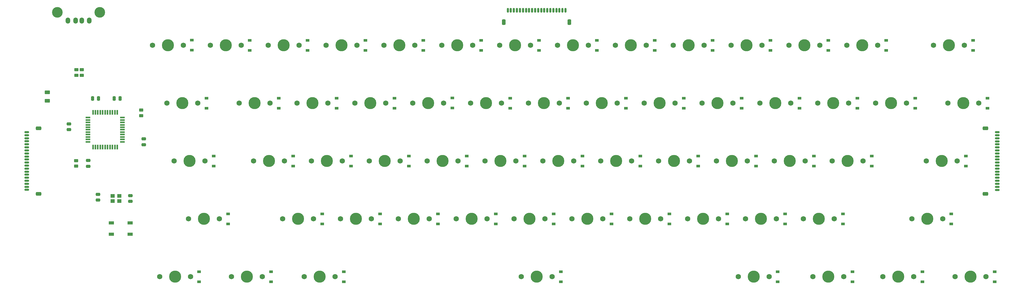
<source format=gts>
G04 #@! TF.GenerationSoftware,KiCad,Pcbnew,(6.0.9)*
G04 #@! TF.CreationDate,2022-12-29T20:39:02-06:00*
G04 #@! TF.ProjectId,BasePCB,42617365-5043-4422-9e6b-696361645f70,rev?*
G04 #@! TF.SameCoordinates,Original*
G04 #@! TF.FileFunction,Soldermask,Top*
G04 #@! TF.FilePolarity,Negative*
%FSLAX46Y46*%
G04 Gerber Fmt 4.6, Leading zero omitted, Abs format (unit mm)*
G04 Created by KiCad (PCBNEW (6.0.9)) date 2022-12-29 20:39:02*
%MOMM*%
%LPD*%
G01*
G04 APERTURE LIST*
G04 Aperture macros list*
%AMRoundRect*
0 Rectangle with rounded corners*
0 $1 Rounding radius*
0 $2 $3 $4 $5 $6 $7 $8 $9 X,Y pos of 4 corners*
0 Add a 4 corners polygon primitive as box body*
4,1,4,$2,$3,$4,$5,$6,$7,$8,$9,$2,$3,0*
0 Add four circle primitives for the rounded corners*
1,1,$1+$1,$2,$3*
1,1,$1+$1,$4,$5*
1,1,$1+$1,$6,$7*
1,1,$1+$1,$8,$9*
0 Add four rect primitives between the rounded corners*
20,1,$1+$1,$2,$3,$4,$5,0*
20,1,$1+$1,$4,$5,$6,$7,0*
20,1,$1+$1,$6,$7,$8,$9,0*
20,1,$1+$1,$8,$9,$2,$3,0*%
G04 Aperture macros list end*
%ADD10C,1.750000*%
%ADD11C,3.987800*%
%ADD12RoundRect,0.250000X-0.450000X0.262500X-0.450000X-0.262500X0.450000X-0.262500X0.450000X0.262500X0*%
%ADD13RoundRect,0.250000X0.250000X0.475000X-0.250000X0.475000X-0.250000X-0.475000X0.250000X-0.475000X0*%
%ADD14R,1.200000X0.900000*%
%ADD15RoundRect,0.250000X0.450000X-0.262500X0.450000X0.262500X-0.450000X0.262500X-0.450000X-0.262500X0*%
%ADD16R,1.800000X1.100000*%
%ADD17R,1.500000X0.550000*%
%ADD18R,0.550000X1.500000*%
%ADD19RoundRect,0.250000X0.475000X-0.250000X0.475000X0.250000X-0.475000X0.250000X-0.475000X-0.250000X0*%
%ADD20O,1.500000X2.000000*%
%ADD21C,3.500000*%
%ADD22R,1.400000X1.200000*%
%ADD23RoundRect,0.150000X-0.150000X-0.625000X0.150000X-0.625000X0.150000X0.625000X-0.150000X0.625000X0*%
%ADD24RoundRect,0.250000X-0.350000X-0.650000X0.350000X-0.650000X0.350000X0.650000X-0.350000X0.650000X0*%
%ADD25RoundRect,0.250000X0.625000X-0.375000X0.625000X0.375000X-0.625000X0.375000X-0.625000X-0.375000X0*%
%ADD26RoundRect,0.250000X-0.250000X-0.475000X0.250000X-0.475000X0.250000X0.475000X-0.250000X0.475000X0*%
%ADD27RoundRect,0.150000X0.625000X-0.150000X0.625000X0.150000X-0.625000X0.150000X-0.625000X-0.150000X0*%
%ADD28RoundRect,0.250000X0.650000X-0.350000X0.650000X0.350000X-0.650000X0.350000X-0.650000X-0.350000X0*%
%ADD29RoundRect,0.150000X-0.625000X0.150000X-0.625000X-0.150000X0.625000X-0.150000X0.625000X0.150000X0*%
%ADD30RoundRect,0.250000X-0.650000X0.350000X-0.650000X-0.350000X0.650000X-0.350000X0.650000X0.350000X0*%
%ADD31RoundRect,0.250000X-0.475000X0.250000X-0.475000X-0.250000X0.475000X-0.250000X0.475000X0.250000X0*%
G04 APERTURE END LIST*
D10*
X-70167500Y90487500D03*
D11*
X-65087500Y90487500D03*
D10*
X-60007500Y90487500D03*
D11*
X-41275000Y128587500D03*
D10*
X-36195000Y128587500D03*
X-46355000Y128587500D03*
D12*
X-128524000Y120546500D03*
X-128524000Y118721500D03*
D13*
X-114143750Y111125000D03*
X-116043750Y111125000D03*
D14*
X-19050000Y88837500D03*
X-19050000Y92137500D03*
D15*
X-107156250Y105450000D03*
X-107156250Y107275000D03*
D10*
X10795000Y128587500D03*
D11*
X15875000Y128587500D03*
D10*
X20955000Y128587500D03*
D14*
X128587500Y107887500D03*
X128587500Y111187500D03*
X-52387500Y126937500D03*
X-52387500Y130237500D03*
D10*
X59055000Y128587500D03*
D11*
X53975000Y128587500D03*
D10*
X48895000Y128587500D03*
D11*
X-36512500Y71437500D03*
D10*
X-31432500Y71437500D03*
X-41592500Y71437500D03*
X99536250Y52387500D03*
X89376250Y52387500D03*
D11*
X94456250Y52387500D03*
D16*
X-110819000Y66412500D03*
X-117019000Y70112500D03*
X-110819000Y70112500D03*
X-117019000Y66412500D03*
D14*
X0Y88837500D03*
X0Y92137500D03*
D10*
X-98742500Y109537500D03*
X-88582500Y109537500D03*
D11*
X-93662500Y109537500D03*
X165893750Y52387500D03*
D10*
X170973750Y52387500D03*
X160813750Y52387500D03*
D14*
X-90487500Y127000000D03*
X-90487500Y130300000D03*
D17*
X-124762500Y104806250D03*
X-124762500Y104006250D03*
X-124762500Y103206250D03*
X-124762500Y102406250D03*
X-124762500Y101606250D03*
X-124762500Y100806250D03*
X-124762500Y100006250D03*
X-124762500Y99206250D03*
X-124762500Y98406250D03*
X-124762500Y97606250D03*
X-124762500Y96806250D03*
D18*
X-123062500Y95106250D03*
X-122262500Y95106250D03*
X-121462500Y95106250D03*
X-120662500Y95106250D03*
X-119862500Y95106250D03*
X-119062500Y95106250D03*
X-118262500Y95106250D03*
X-117462500Y95106250D03*
X-116662500Y95106250D03*
X-115862500Y95106250D03*
X-115062500Y95106250D03*
D17*
X-113362500Y96806250D03*
X-113362500Y97606250D03*
X-113362500Y98406250D03*
X-113362500Y99206250D03*
X-113362500Y100006250D03*
X-113362500Y100806250D03*
X-113362500Y101606250D03*
X-113362500Y102406250D03*
X-113362500Y103206250D03*
X-113362500Y104006250D03*
X-113362500Y104806250D03*
D18*
X-115062500Y106506250D03*
X-115862500Y106506250D03*
X-116662500Y106506250D03*
X-117462500Y106506250D03*
X-118262500Y106506250D03*
X-119062500Y106506250D03*
X-119862500Y106506250D03*
X-120662500Y106506250D03*
X-121462500Y106506250D03*
X-122262500Y106506250D03*
X-123062500Y106506250D03*
D11*
X-55562500Y71437500D03*
D10*
X-50482500Y71437500D03*
X-60642500Y71437500D03*
D11*
X156368750Y90487500D03*
D10*
X151288750Y90487500D03*
X161448750Y90487500D03*
D14*
X-78581250Y69787500D03*
X-78581250Y73087500D03*
X38100000Y88837500D03*
X38100000Y92137500D03*
D10*
X144780000Y109537500D03*
X134620000Y109537500D03*
D11*
X139700000Y109537500D03*
D14*
X47625000Y69787500D03*
X47625000Y73087500D03*
X114300000Y88837500D03*
X114300000Y92137500D03*
D11*
X111125000Y128587500D03*
D10*
X106045000Y128587500D03*
X116205000Y128587500D03*
D14*
X173831250Y50737500D03*
X173831250Y54037500D03*
D19*
X-110744000Y77216000D03*
X-110744000Y79116000D03*
D14*
X-61912500Y107887500D03*
X-61912500Y111187500D03*
X4762500Y126937500D03*
X4762500Y130237500D03*
D10*
X-93345000Y128587500D03*
X-103505000Y128587500D03*
D11*
X-98425000Y128587500D03*
D14*
X30956250Y50737500D03*
X30956250Y54037500D03*
D11*
X44450000Y109537500D03*
D10*
X49530000Y109537500D03*
X39370000Y109537500D03*
X115570000Y109537500D03*
X125730000Y109537500D03*
D11*
X120650000Y109537500D03*
D14*
X-9525000Y69787500D03*
X-9525000Y73087500D03*
D19*
X-124618750Y88743750D03*
X-124618750Y90643750D03*
D14*
X100012500Y126937500D03*
X100012500Y130237500D03*
X-33337500Y126937500D03*
X-33337500Y130237500D03*
D10*
X-40957500Y90487500D03*
D11*
X-46037500Y90487500D03*
D10*
X-51117500Y90487500D03*
D11*
X87312500Y90487500D03*
D10*
X92392500Y90487500D03*
X82232500Y90487500D03*
D11*
X158750000Y128587500D03*
D10*
X153670000Y128587500D03*
X163830000Y128587500D03*
X137001250Y52387500D03*
X147161250Y52387500D03*
D11*
X142081250Y52387500D03*
X-26987500Y90487500D03*
D10*
X-32067500Y90487500D03*
X-21907500Y90487500D03*
D20*
X-124293750Y136765000D03*
X-126793750Y136765000D03*
X-128793750Y136765000D03*
X-131293750Y136765000D03*
D21*
X-134793750Y139475000D03*
X-120793750Y139475000D03*
D14*
X-64452500Y50737500D03*
X-64452500Y54037500D03*
X-23812500Y107887500D03*
X-23812500Y111187500D03*
D11*
X130175000Y128587500D03*
D10*
X135255000Y128587500D03*
X125095000Y128587500D03*
D11*
X106362500Y90487500D03*
D10*
X101282500Y90487500D03*
X111442500Y90487500D03*
D11*
X-48418750Y52387500D03*
D10*
X-53498750Y52387500D03*
X-43338750Y52387500D03*
D14*
X127000000Y50737500D03*
X127000000Y54037500D03*
X23812500Y126937500D03*
X23812500Y130237500D03*
D22*
X-116567500Y77297500D03*
X-114367500Y77297500D03*
X-114367500Y78997500D03*
X-116567500Y78997500D03*
D14*
X80962500Y126937500D03*
X80962500Y130237500D03*
X138112500Y126937500D03*
X138112500Y130237500D03*
D10*
X87630000Y109537500D03*
D11*
X82550000Y109537500D03*
D10*
X77470000Y109537500D03*
D14*
X-71437500Y126937500D03*
X-71437500Y130237500D03*
X-38100000Y88837500D03*
X-38100000Y92137500D03*
X14287500Y107887500D03*
X14287500Y111187500D03*
D23*
X13511000Y140112500D03*
X14511000Y140112500D03*
X15511000Y140112500D03*
X16511000Y140112500D03*
X17511000Y140112500D03*
X18511000Y140112500D03*
X19511000Y140112500D03*
X20511000Y140112500D03*
X21511000Y140112500D03*
X22511000Y140112500D03*
X23511000Y140112500D03*
X24511000Y140112500D03*
X25511000Y140112500D03*
X26511000Y140112500D03*
X27511000Y140112500D03*
X28511000Y140112500D03*
X29511000Y140112500D03*
X30511000Y140112500D03*
X31511000Y140112500D03*
X32511000Y140112500D03*
D24*
X12211000Y136237500D03*
X33811000Y136237500D03*
D14*
X102393750Y50737500D03*
X102393750Y54037500D03*
D10*
X53657500Y71437500D03*
D11*
X58737500Y71437500D03*
D10*
X63817500Y71437500D03*
D11*
X30162500Y90487500D03*
D10*
X25082500Y90487500D03*
X35242500Y90487500D03*
D14*
X-14287500Y126937500D03*
X-14287500Y130237500D03*
X66675000Y69787500D03*
X66675000Y73087500D03*
X90487500Y107887500D03*
X90487500Y111187500D03*
X42862500Y126937500D03*
X42862500Y130237500D03*
X164306250Y88837500D03*
X164306250Y92137500D03*
D19*
X-121443750Y77631250D03*
X-121443750Y79531250D03*
D14*
X71437500Y107887500D03*
X71437500Y111187500D03*
X150018750Y50737500D03*
X150018750Y54037500D03*
D10*
X-3492500Y71437500D03*
X6667500Y71437500D03*
D11*
X1587500Y71437500D03*
D14*
X159543750Y69787500D03*
X159543750Y73087500D03*
D11*
X151606250Y71437500D03*
D10*
X156686250Y71437500D03*
X146526250Y71437500D03*
D14*
X52387500Y107887500D03*
X52387500Y111187500D03*
D10*
X40005000Y128587500D03*
D11*
X34925000Y128587500D03*
D10*
X29845000Y128587500D03*
D25*
X-138112500Y110331250D03*
X-138112500Y113131250D03*
D11*
X23018750Y52387500D03*
D10*
X17938750Y52387500D03*
X28098750Y52387500D03*
X97155000Y128587500D03*
X86995000Y128587500D03*
D11*
X92075000Y128587500D03*
D14*
X76200000Y88837500D03*
X76200000Y92137500D03*
X-88106250Y50737500D03*
X-88106250Y54037500D03*
D11*
X-91281250Y90487500D03*
D10*
X-86201250Y90487500D03*
X-96361250Y90487500D03*
D14*
X-47625000Y69787500D03*
X-47625000Y73087500D03*
X28575000Y69787500D03*
X28575000Y73087500D03*
D10*
X6032500Y90487500D03*
D11*
X11112500Y90487500D03*
D10*
X16192500Y90487500D03*
X11430000Y109537500D03*
D11*
X6350000Y109537500D03*
D10*
X1270000Y109537500D03*
D11*
X-17462500Y71437500D03*
D10*
X-22542500Y71437500D03*
X-12382500Y71437500D03*
X-101123750Y52387500D03*
X-90963750Y52387500D03*
D11*
X-96043750Y52387500D03*
D14*
X61912500Y126937500D03*
X61912500Y130237500D03*
X57150000Y88837500D03*
X57150000Y92137500D03*
D10*
X25717500Y71437500D03*
D11*
X20637500Y71437500D03*
D10*
X15557500Y71437500D03*
X-36830000Y109537500D03*
X-26670000Y109537500D03*
D11*
X-31750000Y109537500D03*
D10*
X-17780000Y109537500D03*
D11*
X-12700000Y109537500D03*
D10*
X-7620000Y109537500D03*
X-17145000Y128587500D03*
D11*
X-22225000Y128587500D03*
D10*
X-27305000Y128587500D03*
D14*
X109537500Y107887500D03*
X109537500Y111187500D03*
D10*
X44767500Y71437500D03*
X34607500Y71437500D03*
D11*
X39687500Y71437500D03*
D14*
X-85725000Y107887500D03*
X-85725000Y111187500D03*
D10*
X-65405000Y128587500D03*
X-55245000Y128587500D03*
D11*
X-60325000Y128587500D03*
D26*
X-123187500Y111125000D03*
X-121287500Y111125000D03*
D27*
X-144875000Y80995250D03*
X-144875000Y81995250D03*
X-144875000Y82995250D03*
X-144875000Y83995250D03*
X-144875000Y84995250D03*
X-144875000Y85995250D03*
X-144875000Y86995250D03*
X-144875000Y87995250D03*
X-144875000Y88995250D03*
X-144875000Y89995250D03*
X-144875000Y90995250D03*
X-144875000Y91995250D03*
X-144875000Y92995250D03*
X-144875000Y93995250D03*
X-144875000Y94995250D03*
X-144875000Y95995250D03*
X-144875000Y96995250D03*
X-144875000Y97995250D03*
X-144875000Y98995250D03*
X-144875000Y99995250D03*
D28*
X-141000000Y79695250D03*
X-141000000Y101295250D03*
D10*
X20320000Y109537500D03*
D11*
X25400000Y109537500D03*
D10*
X30480000Y109537500D03*
D14*
X-40481250Y50737500D03*
X-40481250Y54037500D03*
D10*
X101917500Y71437500D03*
D11*
X96837500Y71437500D03*
D10*
X91757500Y71437500D03*
D14*
X85725000Y69787500D03*
X85725000Y73087500D03*
D10*
X73342500Y90487500D03*
D11*
X68262500Y90487500D03*
D10*
X63182500Y90487500D03*
D14*
X147637500Y107887500D03*
X147637500Y111187500D03*
D11*
X-3175000Y128587500D03*
D10*
X1905000Y128587500D03*
X-8255000Y128587500D03*
X-77470000Y52387500D03*
X-67310000Y52387500D03*
D11*
X-72390000Y52387500D03*
X77787500Y71437500D03*
D10*
X82867500Y71437500D03*
X72707500Y71437500D03*
D29*
X174656250Y99987500D03*
X174656250Y98987500D03*
X174656250Y97987500D03*
X174656250Y96987500D03*
X174656250Y95987500D03*
X174656250Y94987500D03*
X174656250Y93987500D03*
X174656250Y92987500D03*
X174656250Y91987500D03*
X174656250Y90987500D03*
X174656250Y89987500D03*
X174656250Y88987500D03*
X174656250Y87987500D03*
X174656250Y86987500D03*
X174656250Y85987500D03*
X174656250Y84987500D03*
X174656250Y83987500D03*
X174656250Y82987500D03*
X174656250Y81987500D03*
X174656250Y80987500D03*
D30*
X170781250Y79687500D03*
X170781250Y101287500D03*
D14*
X-83343750Y88837500D03*
X-83343750Y92137500D03*
X166687500Y126937500D03*
X166687500Y130237500D03*
X9525000Y69787500D03*
X9525000Y73087500D03*
D10*
X78105000Y128587500D03*
D11*
X73025000Y128587500D03*
D10*
X67945000Y128587500D03*
X-81438750Y71437500D03*
X-91598750Y71437500D03*
D11*
X-86518750Y71437500D03*
D10*
X-64770000Y109537500D03*
D11*
X-69850000Y109537500D03*
D10*
X-74930000Y109537500D03*
D14*
X-57150000Y88837500D03*
X-57150000Y92137500D03*
D19*
X-130975000Y100825000D03*
X-130975000Y102725000D03*
D14*
X33337500Y107887500D03*
X33337500Y111187500D03*
D11*
X-7937500Y90487500D03*
D10*
X-2857500Y90487500D03*
X-13017500Y90487500D03*
D11*
X115887500Y71437500D03*
D10*
X120967500Y71437500D03*
X110807500Y71437500D03*
X-55880000Y109537500D03*
D11*
X-50800000Y109537500D03*
D10*
X-45720000Y109537500D03*
D14*
X119062500Y126937500D03*
X119062500Y130237500D03*
D10*
X106680000Y109537500D03*
X96520000Y109537500D03*
D11*
X101600000Y109537500D03*
D10*
X124142500Y52387500D03*
D11*
X119062500Y52387500D03*
D10*
X113982500Y52387500D03*
D14*
X104775000Y69787500D03*
X104775000Y73087500D03*
D10*
X54292500Y90487500D03*
X44132500Y90487500D03*
D11*
X49212500Y90487500D03*
D14*
X-42862500Y107887500D03*
X-42862500Y111187500D03*
D11*
X125412500Y90487500D03*
D10*
X130492500Y90487500D03*
X120332500Y90487500D03*
D14*
X171450000Y107887500D03*
X171450000Y111187500D03*
D15*
X-128587500Y88781250D03*
X-128587500Y90606250D03*
D12*
X-126746000Y120546500D03*
X-126746000Y118721500D03*
D11*
X-79375000Y128587500D03*
D10*
X-84455000Y128587500D03*
X-74295000Y128587500D03*
D14*
X133350000Y88837500D03*
X133350000Y92137500D03*
D10*
X58420000Y109537500D03*
D11*
X63500000Y109537500D03*
D10*
X68580000Y109537500D03*
D14*
X-28575000Y69787500D03*
X-28575000Y73087500D03*
D31*
X-106362500Y97787500D03*
X-106362500Y95887500D03*
D14*
X19050000Y88837500D03*
X19050000Y92137500D03*
X123825000Y69787500D03*
X123825000Y73087500D03*
X-4762500Y107950000D03*
X-4762500Y111250000D03*
D10*
X158432500Y109537500D03*
D11*
X163512500Y109537500D03*
D10*
X168592500Y109537500D03*
D14*
X95250000Y88837500D03*
X95250000Y92137500D03*
M02*

</source>
